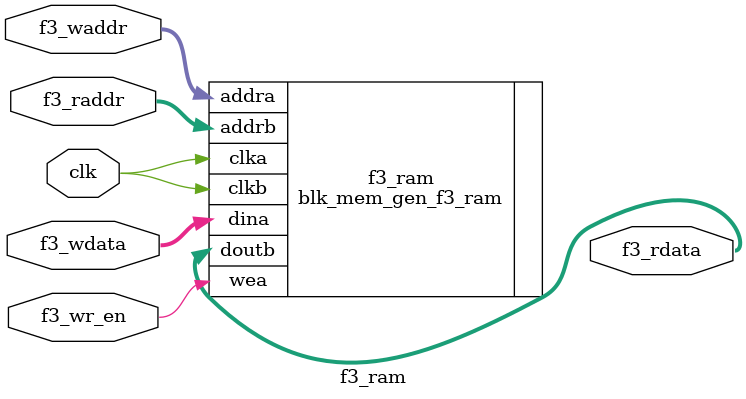
<source format=v>
module f3_ram(/*autoport*/
//output
			f3_rdata,
//input
			clk,
			f3_wdata,
			f3_wr_en,
			f3_waddr,
			f3_raddr);
	input clk;
//write side
	input [95:0] f3_wdata;

	input 		 f3_wr_en;
	input [7:0]  f3_waddr;
//read side
	input [7:0]  f3_raddr;
	output[95:0] f3_rdata;

	blk_mem_gen_f3_ram f3_ram (
	  .clka(clk),    // input clka
	  .wea(f3_wr_en),      // input [0 : 0] wea
	  .addra(f3_waddr),  // input [7 : 0] addra
	  .dina(f3_wdata),    // input [95 : 0] dina
	  .clkb(clk),    // input clkb
	  .addrb(f3_raddr),  // input [7 : 0] addrb
	  .doutb(f3_rdata)  // output [95 : 0] doutb
	);

endmodule 
</source>
